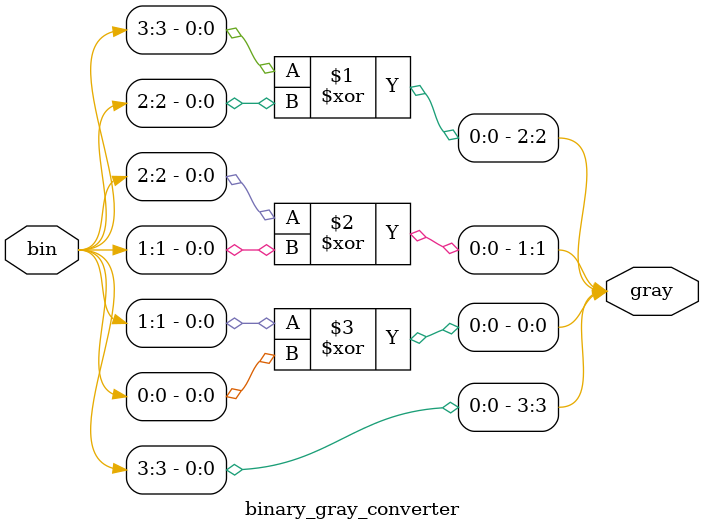
<source format=sv>
module binary_gray_converter(bin,gray);
  input [3:0] bin;
  output [3:0] gray;
  assign gray[3] = bin[3];
  assign gray[2] = bin[3]^bin[2];
  assign gray[1] = bin[2]^bin[1];
  assign gray[0] = bin[1]^bin[0];
endmodule

</source>
